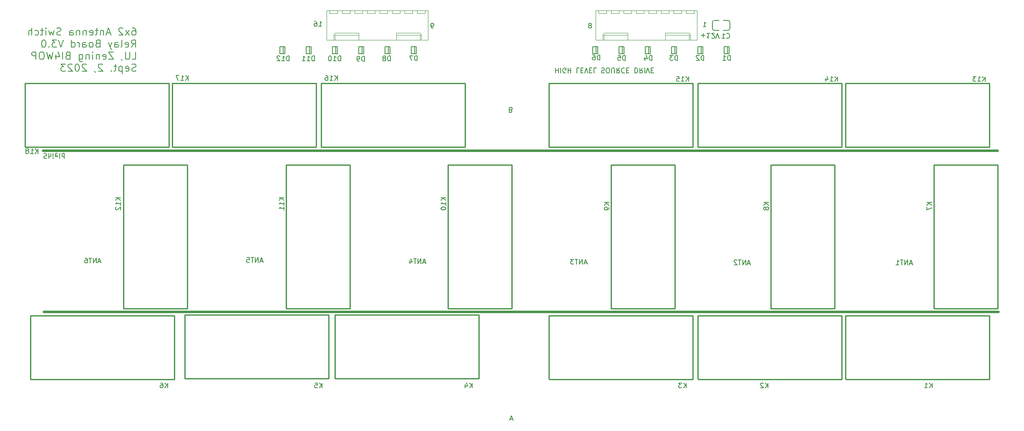
<source format=gbo>
G04 Layer: BottomSilkscreenLayer*
G04 EasyEDA Pro v2.1.32.5533625a, 2023-09-11 21:51:51*
G04 Gerber Generator version 0.3*
G04 Scale: 100 percent, Rotated: No, Reflected: No *
G04 Dimensions in millimeters  *
G04 leading zeros omitted , absolute positions ,3 integer and 6 decimal *
G04 #@! TF.GenerationSoftware,KiCad,Pcbnew,(5.1.10)-1*
G04 #@! TF.CreationDate,2023-09-11T23:26:28+08:00*
G04 #@! TF.ProjectId,AntennaSwitch_6x2_RelayBoard,416e7465-6e6e-4615-9377-697463685f36,rev?*
G04 #@! TF.SameCoordinates,Original*
G04 #@! TF.FileFunction,Legend,Bot*
G04 #@! TF.FilePolarity,Positive*
%FSLAX46Y46*%
G04 Gerber Fmt 4.6, Leading zero omitted, Abs format (unit mm)*
G04 Created by KiCad (PCBNEW (5.1.10)-1) date 2023-09-11 23:26:28*
%MOMM*%
%LPD*%
G01*
G04 APERTURE LIST*
%ADD10C,0.200000*%
%ADD11C,0.500000*%
%ADD12C,0.150000*%
%ADD13C,0.250000*%
%ADD14C,0.120000*%
G04 APERTURE END LIST*
D10*
X134190476Y-54558380D02*
X134000000Y-54558380D01*
X133904761Y-54510761D01*
X133857142Y-54463142D01*
X133761904Y-54320285D01*
X133714285Y-54129809D01*
X133714285Y-53748857D01*
X133761904Y-53653619D01*
X133809523Y-53606000D01*
X133904761Y-53558380D01*
X134095238Y-53558380D01*
X134190476Y-53606000D01*
X134238095Y-53653619D01*
X134285714Y-53748857D01*
X134285714Y-53986952D01*
X134238095Y-54082190D01*
X134190476Y-54129809D01*
X134095238Y-54177428D01*
X133904761Y-54177428D01*
X133809523Y-54129809D01*
X133761904Y-54082190D01*
X133714285Y-53986952D01*
X166095238Y-53986952D02*
X166190476Y-53939333D01*
X166238095Y-53891714D01*
X166285714Y-53796476D01*
X166285714Y-53748857D01*
X166238095Y-53653619D01*
X166190476Y-53606000D01*
X166095238Y-53558380D01*
X165904761Y-53558380D01*
X165809523Y-53606000D01*
X165761904Y-53653619D01*
X165714285Y-53748857D01*
X165714285Y-53796476D01*
X165761904Y-53891714D01*
X165809523Y-53939333D01*
X165904761Y-53986952D01*
X166095238Y-53986952D01*
X166190476Y-54034571D01*
X166238095Y-54082190D01*
X166285714Y-54177428D01*
X166285714Y-54367904D01*
X166238095Y-54463142D01*
X166190476Y-54510761D01*
X166095238Y-54558380D01*
X165904761Y-54558380D01*
X165809523Y-54510761D01*
X165761904Y-54463142D01*
X165714285Y-54367904D01*
X165714285Y-54177428D01*
X165761904Y-54082190D01*
X165809523Y-54034571D01*
X165904761Y-53986952D01*
D11*
X248900000Y-112300000D02*
X55150000Y-112300000D01*
D12*
X55130952Y-80095238D02*
X55273809Y-80047619D01*
X55511904Y-80047619D01*
X55607142Y-80095238D01*
X55654761Y-80142857D01*
X55702380Y-80238095D01*
X55702380Y-80333333D01*
X55654761Y-80428571D01*
X55607142Y-80476190D01*
X55511904Y-80523809D01*
X55321428Y-80571428D01*
X55226190Y-80619047D01*
X55178571Y-80666666D01*
X55130952Y-80761904D01*
X55130952Y-80857142D01*
X55178571Y-80952380D01*
X55226190Y-81000000D01*
X55321428Y-81047619D01*
X55559523Y-81047619D01*
X55702380Y-81000000D01*
X56130952Y-80047619D02*
X56130952Y-81047619D01*
X56559523Y-80047619D02*
X56559523Y-80571428D01*
X56511904Y-80666666D01*
X56416666Y-80714285D01*
X56273809Y-80714285D01*
X56178571Y-80666666D01*
X56130952Y-80619047D01*
X57035714Y-80047619D02*
X57035714Y-80714285D01*
X57035714Y-81047619D02*
X56988095Y-81000000D01*
X57035714Y-80952380D01*
X57083333Y-81000000D01*
X57035714Y-81047619D01*
X57035714Y-80952380D01*
X57892857Y-80095238D02*
X57797619Y-80047619D01*
X57607142Y-80047619D01*
X57511904Y-80095238D01*
X57464285Y-80190476D01*
X57464285Y-80571428D01*
X57511904Y-80666666D01*
X57607142Y-80714285D01*
X57797619Y-80714285D01*
X57892857Y-80666666D01*
X57940476Y-80571428D01*
X57940476Y-80476190D01*
X57464285Y-80380952D01*
X58511904Y-80047619D02*
X58416666Y-80095238D01*
X58369047Y-80190476D01*
X58369047Y-81047619D01*
X59321428Y-80047619D02*
X59321428Y-81047619D01*
X59321428Y-80095238D02*
X59226190Y-80047619D01*
X59035714Y-80047619D01*
X58940476Y-80095238D01*
X58892857Y-80142857D01*
X58845238Y-80238095D01*
X58845238Y-80523809D01*
X58892857Y-80619047D01*
X58940476Y-80666666D01*
X59035714Y-80714285D01*
X59226190Y-80714285D01*
X59321428Y-80666666D01*
D11*
X248750000Y-79500000D02*
X55000000Y-79500000D01*
D10*
X73120000Y-54503571D02*
X73405714Y-54503571D01*
X73548571Y-54575000D01*
X73620000Y-54646428D01*
X73762857Y-54860714D01*
X73834285Y-55146428D01*
X73834285Y-55717857D01*
X73762857Y-55860714D01*
X73691428Y-55932142D01*
X73548571Y-56003571D01*
X73262857Y-56003571D01*
X73120000Y-55932142D01*
X73048571Y-55860714D01*
X72977142Y-55717857D01*
X72977142Y-55360714D01*
X73048571Y-55217857D01*
X73120000Y-55146428D01*
X73262857Y-55075000D01*
X73548571Y-55075000D01*
X73691428Y-55146428D01*
X73762857Y-55217857D01*
X73834285Y-55360714D01*
X72477142Y-56003571D02*
X71691428Y-55003571D01*
X72477142Y-55003571D02*
X71691428Y-56003571D01*
X71191428Y-54646428D02*
X71120000Y-54575000D01*
X70977142Y-54503571D01*
X70620000Y-54503571D01*
X70477142Y-54575000D01*
X70405714Y-54646428D01*
X70334285Y-54789285D01*
X70334285Y-54932142D01*
X70405714Y-55146428D01*
X71262857Y-56003571D01*
X70334285Y-56003571D01*
X68620000Y-55575000D02*
X67905714Y-55575000D01*
X68762857Y-56003571D02*
X68262857Y-54503571D01*
X67762857Y-56003571D01*
X67262857Y-55003571D02*
X67262857Y-56003571D01*
X67262857Y-55146428D02*
X67191428Y-55075000D01*
X67048571Y-55003571D01*
X66834285Y-55003571D01*
X66691428Y-55075000D01*
X66620000Y-55217857D01*
X66620000Y-56003571D01*
X66120000Y-55003571D02*
X65548571Y-55003571D01*
X65905714Y-54503571D02*
X65905714Y-55789285D01*
X65834285Y-55932142D01*
X65691428Y-56003571D01*
X65548571Y-56003571D01*
X64477142Y-55932142D02*
X64620000Y-56003571D01*
X64905714Y-56003571D01*
X65048571Y-55932142D01*
X65120000Y-55789285D01*
X65120000Y-55217857D01*
X65048571Y-55075000D01*
X64905714Y-55003571D01*
X64620000Y-55003571D01*
X64477142Y-55075000D01*
X64405714Y-55217857D01*
X64405714Y-55360714D01*
X65120000Y-55503571D01*
X63762857Y-55003571D02*
X63762857Y-56003571D01*
X63762857Y-55146428D02*
X63691428Y-55075000D01*
X63548571Y-55003571D01*
X63334285Y-55003571D01*
X63191428Y-55075000D01*
X63120000Y-55217857D01*
X63120000Y-56003571D01*
X62405714Y-55003571D02*
X62405714Y-56003571D01*
X62405714Y-55146428D02*
X62334285Y-55075000D01*
X62191428Y-55003571D01*
X61977142Y-55003571D01*
X61834285Y-55075000D01*
X61762857Y-55217857D01*
X61762857Y-56003571D01*
X60405714Y-56003571D02*
X60405714Y-55217857D01*
X60477142Y-55075000D01*
X60620000Y-55003571D01*
X60905714Y-55003571D01*
X61048571Y-55075000D01*
X60405714Y-55932142D02*
X60548571Y-56003571D01*
X60905714Y-56003571D01*
X61048571Y-55932142D01*
X61120000Y-55789285D01*
X61120000Y-55646428D01*
X61048571Y-55503571D01*
X60905714Y-55432142D01*
X60548571Y-55432142D01*
X60405714Y-55360714D01*
X58620000Y-55932142D02*
X58405714Y-56003571D01*
X58048571Y-56003571D01*
X57905714Y-55932142D01*
X57834285Y-55860714D01*
X57762857Y-55717857D01*
X57762857Y-55575000D01*
X57834285Y-55432142D01*
X57905714Y-55360714D01*
X58048571Y-55289285D01*
X58334285Y-55217857D01*
X58477142Y-55146428D01*
X58548571Y-55075000D01*
X58620000Y-54932142D01*
X58620000Y-54789285D01*
X58548571Y-54646428D01*
X58477142Y-54575000D01*
X58334285Y-54503571D01*
X57977142Y-54503571D01*
X57762857Y-54575000D01*
X57262857Y-55003571D02*
X56977142Y-56003571D01*
X56691428Y-55289285D01*
X56405714Y-56003571D01*
X56120000Y-55003571D01*
X55548571Y-56003571D02*
X55548571Y-55003571D01*
X55548571Y-54503571D02*
X55620000Y-54575000D01*
X55548571Y-54646428D01*
X55477142Y-54575000D01*
X55548571Y-54503571D01*
X55548571Y-54646428D01*
X55048571Y-55003571D02*
X54477142Y-55003571D01*
X54834285Y-54503571D02*
X54834285Y-55789285D01*
X54762857Y-55932142D01*
X54620000Y-56003571D01*
X54477142Y-56003571D01*
X53334285Y-55932142D02*
X53477142Y-56003571D01*
X53762857Y-56003571D01*
X53905714Y-55932142D01*
X53977142Y-55860714D01*
X54048571Y-55717857D01*
X54048571Y-55289285D01*
X53977142Y-55146428D01*
X53905714Y-55075000D01*
X53762857Y-55003571D01*
X53477142Y-55003571D01*
X53334285Y-55075000D01*
X52691428Y-56003571D02*
X52691428Y-54503571D01*
X52048571Y-56003571D02*
X52048571Y-55217857D01*
X52120000Y-55075000D01*
X52262857Y-55003571D01*
X52477142Y-55003571D01*
X52620000Y-55075000D01*
X52691428Y-55146428D01*
X72905714Y-58453571D02*
X73405714Y-57739285D01*
X73762857Y-58453571D02*
X73762857Y-56953571D01*
X73191428Y-56953571D01*
X73048571Y-57025000D01*
X72977142Y-57096428D01*
X72905714Y-57239285D01*
X72905714Y-57453571D01*
X72977142Y-57596428D01*
X73048571Y-57667857D01*
X73191428Y-57739285D01*
X73762857Y-57739285D01*
X71691428Y-58382142D02*
X71834285Y-58453571D01*
X72120000Y-58453571D01*
X72262857Y-58382142D01*
X72334285Y-58239285D01*
X72334285Y-57667857D01*
X72262857Y-57525000D01*
X72120000Y-57453571D01*
X71834285Y-57453571D01*
X71691428Y-57525000D01*
X71620000Y-57667857D01*
X71620000Y-57810714D01*
X72334285Y-57953571D01*
X70762857Y-58453571D02*
X70905714Y-58382142D01*
X70977142Y-58239285D01*
X70977142Y-56953571D01*
X69548571Y-58453571D02*
X69548571Y-57667857D01*
X69620000Y-57525000D01*
X69762857Y-57453571D01*
X70048571Y-57453571D01*
X70191428Y-57525000D01*
X69548571Y-58382142D02*
X69691428Y-58453571D01*
X70048571Y-58453571D01*
X70191428Y-58382142D01*
X70262857Y-58239285D01*
X70262857Y-58096428D01*
X70191428Y-57953571D01*
X70048571Y-57882142D01*
X69691428Y-57882142D01*
X69548571Y-57810714D01*
X68977142Y-57453571D02*
X68620000Y-58453571D01*
X68262857Y-57453571D02*
X68620000Y-58453571D01*
X68762857Y-58810714D01*
X68834285Y-58882142D01*
X68977142Y-58953571D01*
X66048571Y-57667857D02*
X65834285Y-57739285D01*
X65762857Y-57810714D01*
X65691428Y-57953571D01*
X65691428Y-58167857D01*
X65762857Y-58310714D01*
X65834285Y-58382142D01*
X65977142Y-58453571D01*
X66548571Y-58453571D01*
X66548571Y-56953571D01*
X66048571Y-56953571D01*
X65905714Y-57025000D01*
X65834285Y-57096428D01*
X65762857Y-57239285D01*
X65762857Y-57382142D01*
X65834285Y-57525000D01*
X65905714Y-57596428D01*
X66048571Y-57667857D01*
X66548571Y-57667857D01*
X64834285Y-58453571D02*
X64977142Y-58382142D01*
X65048571Y-58310714D01*
X65120000Y-58167857D01*
X65120000Y-57739285D01*
X65048571Y-57596428D01*
X64977142Y-57525000D01*
X64834285Y-57453571D01*
X64620000Y-57453571D01*
X64477142Y-57525000D01*
X64405714Y-57596428D01*
X64334285Y-57739285D01*
X64334285Y-58167857D01*
X64405714Y-58310714D01*
X64477142Y-58382142D01*
X64620000Y-58453571D01*
X64834285Y-58453571D01*
X63048571Y-58453571D02*
X63048571Y-57667857D01*
X63120000Y-57525000D01*
X63262857Y-57453571D01*
X63548571Y-57453571D01*
X63691428Y-57525000D01*
X63048571Y-58382142D02*
X63191428Y-58453571D01*
X63548571Y-58453571D01*
X63691428Y-58382142D01*
X63762857Y-58239285D01*
X63762857Y-58096428D01*
X63691428Y-57953571D01*
X63548571Y-57882142D01*
X63191428Y-57882142D01*
X63048571Y-57810714D01*
X62334285Y-58453571D02*
X62334285Y-57453571D01*
X62334285Y-57739285D02*
X62262857Y-57596428D01*
X62191428Y-57525000D01*
X62048571Y-57453571D01*
X61905714Y-57453571D01*
X60762857Y-58453571D02*
X60762857Y-56953571D01*
X60762857Y-58382142D02*
X60905714Y-58453571D01*
X61191428Y-58453571D01*
X61334285Y-58382142D01*
X61405714Y-58310714D01*
X61477142Y-58167857D01*
X61477142Y-57739285D01*
X61405714Y-57596428D01*
X61334285Y-57525000D01*
X61191428Y-57453571D01*
X60905714Y-57453571D01*
X60762857Y-57525000D01*
X59120000Y-56953571D02*
X58620000Y-58453571D01*
X58120000Y-56953571D01*
X57762857Y-56953571D02*
X56834285Y-56953571D01*
X57334285Y-57525000D01*
X57120000Y-57525000D01*
X56977142Y-57596428D01*
X56905714Y-57667857D01*
X56834285Y-57810714D01*
X56834285Y-58167857D01*
X56905714Y-58310714D01*
X56977142Y-58382142D01*
X57120000Y-58453571D01*
X57548571Y-58453571D01*
X57691428Y-58382142D01*
X57762857Y-58310714D01*
X56191428Y-58310714D02*
X56120000Y-58382142D01*
X56191428Y-58453571D01*
X56262857Y-58382142D01*
X56191428Y-58310714D01*
X56191428Y-58453571D01*
X55191428Y-56953571D02*
X55048571Y-56953571D01*
X54905714Y-57025000D01*
X54834285Y-57096428D01*
X54762857Y-57239285D01*
X54691428Y-57525000D01*
X54691428Y-57882142D01*
X54762857Y-58167857D01*
X54834285Y-58310714D01*
X54905714Y-58382142D01*
X55048571Y-58453571D01*
X55191428Y-58453571D01*
X55334285Y-58382142D01*
X55405714Y-58310714D01*
X55477142Y-58167857D01*
X55548571Y-57882142D01*
X55548571Y-57525000D01*
X55477142Y-57239285D01*
X55405714Y-57096428D01*
X55334285Y-57025000D01*
X55191428Y-56953571D01*
X73048571Y-60903571D02*
X73762857Y-60903571D01*
X73762857Y-59403571D01*
X72548571Y-59403571D02*
X72548571Y-60617857D01*
X72477142Y-60760714D01*
X72405714Y-60832142D01*
X72262857Y-60903571D01*
X71977142Y-60903571D01*
X71834285Y-60832142D01*
X71762857Y-60760714D01*
X71691428Y-60617857D01*
X71691428Y-59403571D01*
X70905714Y-60832142D02*
X70905714Y-60903571D01*
X70977142Y-61046428D01*
X71048571Y-61117857D01*
X69262857Y-59403571D02*
X68262857Y-59403571D01*
X69262857Y-60903571D01*
X68262857Y-60903571D01*
X67120000Y-60832142D02*
X67262857Y-60903571D01*
X67548571Y-60903571D01*
X67691428Y-60832142D01*
X67762857Y-60689285D01*
X67762857Y-60117857D01*
X67691428Y-59975000D01*
X67548571Y-59903571D01*
X67262857Y-59903571D01*
X67120000Y-59975000D01*
X67048571Y-60117857D01*
X67048571Y-60260714D01*
X67762857Y-60403571D01*
X66405714Y-59903571D02*
X66405714Y-60903571D01*
X66405714Y-60046428D02*
X66334285Y-59975000D01*
X66191428Y-59903571D01*
X65977142Y-59903571D01*
X65834285Y-59975000D01*
X65762857Y-60117857D01*
X65762857Y-60903571D01*
X65048571Y-60903571D02*
X65048571Y-59903571D01*
X65048571Y-59403571D02*
X65120000Y-59475000D01*
X65048571Y-59546428D01*
X64977142Y-59475000D01*
X65048571Y-59403571D01*
X65048571Y-59546428D01*
X64334285Y-59903571D02*
X64334285Y-60903571D01*
X64334285Y-60046428D02*
X64262857Y-59975000D01*
X64120000Y-59903571D01*
X63905714Y-59903571D01*
X63762857Y-59975000D01*
X63691428Y-60117857D01*
X63691428Y-60903571D01*
X62334285Y-59903571D02*
X62334285Y-61117857D01*
X62405714Y-61260714D01*
X62477142Y-61332142D01*
X62620000Y-61403571D01*
X62834285Y-61403571D01*
X62977142Y-61332142D01*
X62334285Y-60832142D02*
X62477142Y-60903571D01*
X62762857Y-60903571D01*
X62905714Y-60832142D01*
X62977142Y-60760714D01*
X63048571Y-60617857D01*
X63048571Y-60189285D01*
X62977142Y-60046428D01*
X62905714Y-59975000D01*
X62762857Y-59903571D01*
X62477142Y-59903571D01*
X62334285Y-59975000D01*
X59977142Y-60117857D02*
X59762857Y-60189285D01*
X59691428Y-60260714D01*
X59620000Y-60403571D01*
X59620000Y-60617857D01*
X59691428Y-60760714D01*
X59762857Y-60832142D01*
X59905714Y-60903571D01*
X60477142Y-60903571D01*
X60477142Y-59403571D01*
X59977142Y-59403571D01*
X59834285Y-59475000D01*
X59762857Y-59546428D01*
X59691428Y-59689285D01*
X59691428Y-59832142D01*
X59762857Y-59975000D01*
X59834285Y-60046428D01*
X59977142Y-60117857D01*
X60477142Y-60117857D01*
X58977142Y-60903571D02*
X58977142Y-59403571D01*
X57620000Y-59903571D02*
X57620000Y-60903571D01*
X57977142Y-59332142D02*
X58334285Y-60403571D01*
X57405714Y-60403571D01*
X56977142Y-59403571D02*
X56620000Y-60903571D01*
X56334285Y-59832142D01*
X56048571Y-60903571D01*
X55691428Y-59403571D01*
X54834285Y-59403571D02*
X54548571Y-59403571D01*
X54405714Y-59475000D01*
X54262857Y-59617857D01*
X54191428Y-59903571D01*
X54191428Y-60403571D01*
X54262857Y-60689285D01*
X54405714Y-60832142D01*
X54548571Y-60903571D01*
X54834285Y-60903571D01*
X54977142Y-60832142D01*
X55120000Y-60689285D01*
X55191428Y-60403571D01*
X55191428Y-59903571D01*
X55120000Y-59617857D01*
X54977142Y-59475000D01*
X54834285Y-59403571D01*
X53548571Y-60903571D02*
X53548571Y-59403571D01*
X52977142Y-59403571D01*
X52834285Y-59475000D01*
X52762857Y-59546428D01*
X52691428Y-59689285D01*
X52691428Y-59903571D01*
X52762857Y-60046428D01*
X52834285Y-60117857D01*
X52977142Y-60189285D01*
X53548571Y-60189285D01*
X73834285Y-63282142D02*
X73620000Y-63353571D01*
X73262857Y-63353571D01*
X73120000Y-63282142D01*
X73048571Y-63210714D01*
X72977142Y-63067857D01*
X72977142Y-62925000D01*
X73048571Y-62782142D01*
X73120000Y-62710714D01*
X73262857Y-62639285D01*
X73548571Y-62567857D01*
X73691428Y-62496428D01*
X73762857Y-62425000D01*
X73834285Y-62282142D01*
X73834285Y-62139285D01*
X73762857Y-61996428D01*
X73691428Y-61925000D01*
X73548571Y-61853571D01*
X73191428Y-61853571D01*
X72977142Y-61925000D01*
X71762857Y-63282142D02*
X71905714Y-63353571D01*
X72191428Y-63353571D01*
X72334285Y-63282142D01*
X72405714Y-63139285D01*
X72405714Y-62567857D01*
X72334285Y-62425000D01*
X72191428Y-62353571D01*
X71905714Y-62353571D01*
X71762857Y-62425000D01*
X71691428Y-62567857D01*
X71691428Y-62710714D01*
X72405714Y-62853571D01*
X71048571Y-62353571D02*
X71048571Y-63853571D01*
X71048571Y-62425000D02*
X70905714Y-62353571D01*
X70620000Y-62353571D01*
X70477142Y-62425000D01*
X70405714Y-62496428D01*
X70334285Y-62639285D01*
X70334285Y-63067857D01*
X70405714Y-63210714D01*
X70477142Y-63282142D01*
X70620000Y-63353571D01*
X70905714Y-63353571D01*
X71048571Y-63282142D01*
X69905714Y-62353571D02*
X69334285Y-62353571D01*
X69691428Y-61853571D02*
X69691428Y-63139285D01*
X69620000Y-63282142D01*
X69477142Y-63353571D01*
X69334285Y-63353571D01*
X68834285Y-63210714D02*
X68762857Y-63282142D01*
X68834285Y-63353571D01*
X68905714Y-63282142D01*
X68834285Y-63210714D01*
X68834285Y-63353571D01*
X67048571Y-61996428D02*
X66977142Y-61925000D01*
X66834285Y-61853571D01*
X66477142Y-61853571D01*
X66334285Y-61925000D01*
X66262857Y-61996428D01*
X66191428Y-62139285D01*
X66191428Y-62282142D01*
X66262857Y-62496428D01*
X67120000Y-63353571D01*
X66191428Y-63353571D01*
X65477142Y-63282142D02*
X65477142Y-63353571D01*
X65548571Y-63496428D01*
X65620000Y-63567857D01*
X63762857Y-61996428D02*
X63691428Y-61925000D01*
X63548571Y-61853571D01*
X63191428Y-61853571D01*
X63048571Y-61925000D01*
X62977142Y-61996428D01*
X62905714Y-62139285D01*
X62905714Y-62282142D01*
X62977142Y-62496428D01*
X63834285Y-63353571D01*
X62905714Y-63353571D01*
X61977142Y-61853571D02*
X61834285Y-61853571D01*
X61691428Y-61925000D01*
X61620000Y-61996428D01*
X61548571Y-62139285D01*
X61477142Y-62425000D01*
X61477142Y-62782142D01*
X61548571Y-63067857D01*
X61620000Y-63210714D01*
X61691428Y-63282142D01*
X61834285Y-63353571D01*
X61977142Y-63353571D01*
X62120000Y-63282142D01*
X62191428Y-63210714D01*
X62262857Y-63067857D01*
X62334285Y-62782142D01*
X62334285Y-62425000D01*
X62262857Y-62139285D01*
X62191428Y-61996428D01*
X62120000Y-61925000D01*
X61977142Y-61853571D01*
X60905714Y-61996428D02*
X60834285Y-61925000D01*
X60691428Y-61853571D01*
X60334285Y-61853571D01*
X60191428Y-61925000D01*
X60120000Y-61996428D01*
X60048571Y-62139285D01*
X60048571Y-62282142D01*
X60120000Y-62496428D01*
X60977142Y-63353571D01*
X60048571Y-63353571D01*
X59548571Y-61853571D02*
X58620000Y-61853571D01*
X59120000Y-62425000D01*
X58905714Y-62425000D01*
X58762857Y-62496428D01*
X58691428Y-62567857D01*
X58620000Y-62710714D01*
X58620000Y-63067857D01*
X58691428Y-63210714D01*
X58762857Y-63282142D01*
X58905714Y-63353571D01*
X59334285Y-63353571D01*
X59477142Y-63282142D01*
X59548571Y-63210714D01*
D12*
X188573595Y-56007071D02*
X189335500Y-56007071D01*
X188954547Y-55626119D02*
X188954547Y-56388023D01*
X190335500Y-55626119D02*
X189764071Y-55626119D01*
X190049785Y-55626119D02*
X190049785Y-56626119D01*
X189954547Y-56483261D01*
X189859309Y-56388023D01*
X189764071Y-56340404D01*
X190716452Y-56530880D02*
X190764071Y-56578500D01*
X190859309Y-56626119D01*
X191097404Y-56626119D01*
X191192642Y-56578500D01*
X191240261Y-56530880D01*
X191287880Y-56435642D01*
X191287880Y-56340404D01*
X191240261Y-56197547D01*
X190668833Y-55626119D01*
X191287880Y-55626119D01*
X191573595Y-56626119D02*
X191906928Y-55626119D01*
X192240261Y-56626119D01*
X159007428Y-62674619D02*
X159007428Y-63674619D01*
X159007428Y-63198428D02*
X159578857Y-63198428D01*
X159578857Y-62674619D02*
X159578857Y-63674619D01*
X160055047Y-62674619D02*
X160055047Y-63674619D01*
X161055047Y-63627000D02*
X160959809Y-63674619D01*
X160816952Y-63674619D01*
X160674095Y-63627000D01*
X160578857Y-63531761D01*
X160531238Y-63436523D01*
X160483619Y-63246047D01*
X160483619Y-63103190D01*
X160531238Y-62912714D01*
X160578857Y-62817476D01*
X160674095Y-62722238D01*
X160816952Y-62674619D01*
X160912190Y-62674619D01*
X161055047Y-62722238D01*
X161102666Y-62769857D01*
X161102666Y-63103190D01*
X160912190Y-63103190D01*
X161531238Y-62674619D02*
X161531238Y-63674619D01*
X161531238Y-63198428D02*
X162102666Y-63198428D01*
X162102666Y-62674619D02*
X162102666Y-63674619D01*
X163816952Y-62674619D02*
X163340761Y-62674619D01*
X163340761Y-63674619D01*
X164150285Y-63198428D02*
X164483619Y-63198428D01*
X164626476Y-62674619D02*
X164150285Y-62674619D01*
X164150285Y-63674619D01*
X164626476Y-63674619D01*
X164912190Y-63674619D02*
X165245523Y-62674619D01*
X165578857Y-63674619D01*
X165912190Y-63198428D02*
X166245523Y-63198428D01*
X166388380Y-62674619D02*
X165912190Y-62674619D01*
X165912190Y-63674619D01*
X166388380Y-63674619D01*
X167293142Y-62674619D02*
X166816952Y-62674619D01*
X166816952Y-63674619D01*
X168340761Y-62722238D02*
X168483619Y-62674619D01*
X168721714Y-62674619D01*
X168816952Y-62722238D01*
X168864571Y-62769857D01*
X168912190Y-62865095D01*
X168912190Y-62960333D01*
X168864571Y-63055571D01*
X168816952Y-63103190D01*
X168721714Y-63150809D01*
X168531238Y-63198428D01*
X168436000Y-63246047D01*
X168388380Y-63293666D01*
X168340761Y-63388904D01*
X168340761Y-63484142D01*
X168388380Y-63579380D01*
X168436000Y-63627000D01*
X168531238Y-63674619D01*
X168769333Y-63674619D01*
X168912190Y-63627000D01*
X169531238Y-63674619D02*
X169721714Y-63674619D01*
X169816952Y-63627000D01*
X169912190Y-63531761D01*
X169959809Y-63341285D01*
X169959809Y-63007952D01*
X169912190Y-62817476D01*
X169816952Y-62722238D01*
X169721714Y-62674619D01*
X169531238Y-62674619D01*
X169436000Y-62722238D01*
X169340761Y-62817476D01*
X169293142Y-63007952D01*
X169293142Y-63341285D01*
X169340761Y-63531761D01*
X169436000Y-63627000D01*
X169531238Y-63674619D01*
X170388380Y-63674619D02*
X170388380Y-62865095D01*
X170436000Y-62769857D01*
X170483619Y-62722238D01*
X170578857Y-62674619D01*
X170769333Y-62674619D01*
X170864571Y-62722238D01*
X170912190Y-62769857D01*
X170959809Y-62865095D01*
X170959809Y-63674619D01*
X172007428Y-62674619D02*
X171674095Y-63150809D01*
X171436000Y-62674619D02*
X171436000Y-63674619D01*
X171816952Y-63674619D01*
X171912190Y-63627000D01*
X171959809Y-63579380D01*
X172007428Y-63484142D01*
X172007428Y-63341285D01*
X171959809Y-63246047D01*
X171912190Y-63198428D01*
X171816952Y-63150809D01*
X171436000Y-63150809D01*
X173007428Y-62769857D02*
X172959809Y-62722238D01*
X172816952Y-62674619D01*
X172721714Y-62674619D01*
X172578857Y-62722238D01*
X172483619Y-62817476D01*
X172436000Y-62912714D01*
X172388380Y-63103190D01*
X172388380Y-63246047D01*
X172436000Y-63436523D01*
X172483619Y-63531761D01*
X172578857Y-63627000D01*
X172721714Y-63674619D01*
X172816952Y-63674619D01*
X172959809Y-63627000D01*
X173007428Y-63579380D01*
X173436000Y-63198428D02*
X173769333Y-63198428D01*
X173912190Y-62674619D02*
X173436000Y-62674619D01*
X173436000Y-63674619D01*
X173912190Y-63674619D01*
X175102666Y-62674619D02*
X175102666Y-63674619D01*
X175340761Y-63674619D01*
X175483619Y-63627000D01*
X175578857Y-63531761D01*
X175626476Y-63436523D01*
X175674095Y-63246047D01*
X175674095Y-63103190D01*
X175626476Y-62912714D01*
X175578857Y-62817476D01*
X175483619Y-62722238D01*
X175340761Y-62674619D01*
X175102666Y-62674619D01*
X176674095Y-62674619D02*
X176340761Y-63150809D01*
X176102666Y-62674619D02*
X176102666Y-63674619D01*
X176483619Y-63674619D01*
X176578857Y-63627000D01*
X176626476Y-63579380D01*
X176674095Y-63484142D01*
X176674095Y-63341285D01*
X176626476Y-63246047D01*
X176578857Y-63198428D01*
X176483619Y-63150809D01*
X176102666Y-63150809D01*
X177102666Y-62674619D02*
X177102666Y-63674619D01*
X177436000Y-63674619D02*
X177769333Y-62674619D01*
X178102666Y-63674619D01*
X178436000Y-63198428D02*
X178769333Y-63198428D01*
X178912190Y-62674619D02*
X178436000Y-62674619D01*
X178436000Y-63674619D01*
X178912190Y-63674619D01*
D10*
X110960476Y-54181380D02*
X111531904Y-54181380D01*
X111246190Y-54181380D02*
X111246190Y-53181380D01*
X111341428Y-53324238D01*
X111436666Y-53419476D01*
X111531904Y-53467095D01*
X110103333Y-53181380D02*
X110293809Y-53181380D01*
X110389047Y-53229000D01*
X110436666Y-53276619D01*
X110531904Y-53419476D01*
X110579523Y-53609952D01*
X110579523Y-53990904D01*
X110531904Y-54086142D01*
X110484285Y-54133761D01*
X110389047Y-54181380D01*
X110198571Y-54181380D01*
X110103333Y-54133761D01*
X110055714Y-54086142D01*
X110008095Y-53990904D01*
X110008095Y-53752809D01*
X110055714Y-53657571D01*
X110103333Y-53609952D01*
X110198571Y-53562333D01*
X110389047Y-53562333D01*
X110484285Y-53609952D01*
X110531904Y-53657571D01*
X110579523Y-53752809D01*
X188964285Y-54308380D02*
X189535714Y-54308380D01*
X189250000Y-54308380D02*
X189250000Y-53308380D01*
X189345238Y-53451238D01*
X189440476Y-53546476D01*
X189535714Y-53594095D01*
D12*
X149957428Y-71199428D02*
X150100285Y-71151809D01*
X150147904Y-71104190D01*
X150195523Y-71008952D01*
X150195523Y-70866095D01*
X150147904Y-70770857D01*
X150100285Y-70723238D01*
X150005047Y-70675619D01*
X149624095Y-70675619D01*
X149624095Y-71675619D01*
X149957428Y-71675619D01*
X150052666Y-71628000D01*
X150100285Y-71580380D01*
X150147904Y-71485142D01*
X150147904Y-71389904D01*
X150100285Y-71294666D01*
X150052666Y-71247047D01*
X149957428Y-71199428D01*
X149624095Y-71199428D01*
X150251095Y-134032666D02*
X149774904Y-134032666D01*
X150346333Y-134318380D02*
X150013000Y-133318380D01*
X149679666Y-134318380D01*
X66669047Y-102028666D02*
X66192857Y-102028666D01*
X66764285Y-102314380D02*
X66430952Y-101314380D01*
X66097619Y-102314380D01*
X65764285Y-102314380D02*
X65764285Y-101314380D01*
X65192857Y-102314380D01*
X65192857Y-101314380D01*
X64859523Y-101314380D02*
X64288095Y-101314380D01*
X64573809Y-102314380D02*
X64573809Y-101314380D01*
X63526190Y-101314380D02*
X63716666Y-101314380D01*
X63811904Y-101362000D01*
X63859523Y-101409619D01*
X63954761Y-101552476D01*
X64002380Y-101742952D01*
X64002380Y-102123904D01*
X63954761Y-102219142D01*
X63907142Y-102266761D01*
X63811904Y-102314380D01*
X63621428Y-102314380D01*
X63526190Y-102266761D01*
X63478571Y-102219142D01*
X63430952Y-102123904D01*
X63430952Y-101885809D01*
X63478571Y-101790571D01*
X63526190Y-101742952D01*
X63621428Y-101695333D01*
X63811904Y-101695333D01*
X63907142Y-101742952D01*
X63954761Y-101790571D01*
X64002380Y-101885809D01*
X99562047Y-101901666D02*
X99085857Y-101901666D01*
X99657285Y-102187380D02*
X99323952Y-101187380D01*
X98990619Y-102187380D01*
X98657285Y-102187380D02*
X98657285Y-101187380D01*
X98085857Y-102187380D01*
X98085857Y-101187380D01*
X97752523Y-101187380D02*
X97181095Y-101187380D01*
X97466809Y-102187380D02*
X97466809Y-101187380D01*
X96371571Y-101187380D02*
X96847761Y-101187380D01*
X96895380Y-101663571D01*
X96847761Y-101615952D01*
X96752523Y-101568333D01*
X96514428Y-101568333D01*
X96419190Y-101615952D01*
X96371571Y-101663571D01*
X96323952Y-101758809D01*
X96323952Y-101996904D01*
X96371571Y-102092142D01*
X96419190Y-102139761D01*
X96514428Y-102187380D01*
X96752523Y-102187380D01*
X96847761Y-102139761D01*
X96895380Y-102092142D01*
X132582047Y-102155666D02*
X132105857Y-102155666D01*
X132677285Y-102441380D02*
X132343952Y-101441380D01*
X132010619Y-102441380D01*
X131677285Y-102441380D02*
X131677285Y-101441380D01*
X131105857Y-102441380D01*
X131105857Y-101441380D01*
X130772523Y-101441380D02*
X130201095Y-101441380D01*
X130486809Y-102441380D02*
X130486809Y-101441380D01*
X129439190Y-101774714D02*
X129439190Y-102441380D01*
X129677285Y-101393761D02*
X129915380Y-102108047D01*
X129296333Y-102108047D01*
X165348047Y-102282666D02*
X164871857Y-102282666D01*
X165443285Y-102568380D02*
X165109952Y-101568380D01*
X164776619Y-102568380D01*
X164443285Y-102568380D02*
X164443285Y-101568380D01*
X163871857Y-102568380D01*
X163871857Y-101568380D01*
X163538523Y-101568380D02*
X162967095Y-101568380D01*
X163252809Y-102568380D02*
X163252809Y-101568380D01*
X162729000Y-101568380D02*
X162109952Y-101568380D01*
X162443285Y-101949333D01*
X162300428Y-101949333D01*
X162205190Y-101996952D01*
X162157571Y-102044571D01*
X162109952Y-102139809D01*
X162109952Y-102377904D01*
X162157571Y-102473142D01*
X162205190Y-102520761D01*
X162300428Y-102568380D01*
X162586142Y-102568380D01*
X162681380Y-102520761D01*
X162729000Y-102473142D01*
X198495047Y-102409666D02*
X198018857Y-102409666D01*
X198590285Y-102695380D02*
X198256952Y-101695380D01*
X197923619Y-102695380D01*
X197590285Y-102695380D02*
X197590285Y-101695380D01*
X197018857Y-102695380D01*
X197018857Y-101695380D01*
X196685523Y-101695380D02*
X196114095Y-101695380D01*
X196399809Y-102695380D02*
X196399809Y-101695380D01*
X195828380Y-101790619D02*
X195780761Y-101743000D01*
X195685523Y-101695380D01*
X195447428Y-101695380D01*
X195352190Y-101743000D01*
X195304571Y-101790619D01*
X195256952Y-101885857D01*
X195256952Y-101981095D01*
X195304571Y-102123952D01*
X195876000Y-102695380D01*
X195256952Y-102695380D01*
X231388047Y-102409666D02*
X230911857Y-102409666D01*
X231483285Y-102695380D02*
X231149952Y-101695380D01*
X230816619Y-102695380D01*
X230483285Y-102695380D02*
X230483285Y-101695380D01*
X229911857Y-102695380D01*
X229911857Y-101695380D01*
X229578523Y-101695380D02*
X229007095Y-101695380D01*
X229292809Y-102695380D02*
X229292809Y-101695380D01*
X228149952Y-102695380D02*
X228721380Y-102695380D01*
X228435666Y-102695380D02*
X228435666Y-101695380D01*
X228530904Y-101838238D01*
X228626142Y-101933476D01*
X228721380Y-101981095D01*
D10*
X191251500Y-55035000D02*
X192171500Y-55035000D01*
X193071500Y-55035000D02*
X193991500Y-55035000D01*
X193071500Y-52965000D02*
X193991500Y-52965000D01*
X194391500Y-53365000D02*
X194391500Y-54635000D01*
X191251500Y-52965000D02*
X192171500Y-52965000D01*
X190851500Y-53365000D02*
X190851500Y-54635000D01*
X190851500Y-54635010D02*
G75*
G03*
X191251500Y-55035010I400000J0D01*
G01*
X191251500Y-52965000D02*
G75*
G03*
X190851500Y-53365000I0J-400000D01*
G01*
X194391500Y-53365000D02*
G75*
G03*
X193991500Y-52965000I-400000J0D01*
G01*
X193991500Y-55035000D02*
G75*
G03*
X194391500Y-54635000I0J400000D01*
G01*
X103731000Y-59763000D02*
X103731000Y-58363000D01*
X104031000Y-59763000D02*
X104031000Y-58363000D01*
X103031000Y-59763000D02*
X103031000Y-58363000D01*
X104031000Y-59763000D02*
X103031000Y-59763000D01*
X104031000Y-58363000D02*
X103031000Y-58363000D01*
X109065000Y-59763000D02*
X109065000Y-58363000D01*
X109365000Y-59763000D02*
X109365000Y-58363000D01*
X108365000Y-59763000D02*
X108365000Y-58363000D01*
X109365000Y-59763000D02*
X108365000Y-59763000D01*
X109365000Y-58363000D02*
X108365000Y-58363000D01*
X114398999Y-59763000D02*
X114398999Y-58363000D01*
X114698999Y-59763000D02*
X114698999Y-58363000D01*
X113698999Y-59763000D02*
X113698999Y-58363000D01*
X114698999Y-59763000D02*
X113698999Y-59763000D01*
X114698999Y-58363000D02*
X113698999Y-58363000D01*
X119733000Y-59763000D02*
X119733000Y-58363000D01*
X120033000Y-59763000D02*
X120033000Y-58363000D01*
X119033000Y-59763000D02*
X119033000Y-58363000D01*
X120033000Y-59763000D02*
X119033000Y-59763000D01*
X120033000Y-58363000D02*
X119033000Y-58363000D01*
X125067000Y-59762999D02*
X125067000Y-58362999D01*
X125367000Y-59762999D02*
X125367000Y-58362999D01*
X124367000Y-59762999D02*
X124367000Y-58362999D01*
X125367000Y-59762999D02*
X124367000Y-59762999D01*
X125367000Y-58362999D02*
X124367000Y-58362999D01*
X130401000Y-59763000D02*
X130401000Y-58363000D01*
X130701000Y-59763000D02*
X130701000Y-58363000D01*
X129701000Y-59763000D02*
X129701000Y-58363000D01*
X130701000Y-59763000D02*
X129701000Y-59763000D01*
X130701000Y-58363000D02*
X129701000Y-58363000D01*
X167231000Y-59763000D02*
X167231000Y-58363000D01*
X167531000Y-59763000D02*
X167531000Y-58363000D01*
X166531000Y-59763000D02*
X166531000Y-58363000D01*
X167531000Y-59763000D02*
X166531000Y-59763000D01*
X167531000Y-58363000D02*
X166531000Y-58363000D01*
X172564999Y-59763000D02*
X172564999Y-58363000D01*
X172864999Y-59763000D02*
X172864999Y-58363000D01*
X171864999Y-59763000D02*
X171864999Y-58363000D01*
X172864999Y-59763000D02*
X171864999Y-59763000D01*
X172864999Y-58363000D02*
X171864999Y-58363000D01*
X177899000Y-59763000D02*
X177899000Y-58363000D01*
X178199000Y-59763000D02*
X178199000Y-58363000D01*
X177199000Y-59763000D02*
X177199000Y-58363000D01*
X178199000Y-59763000D02*
X177199000Y-59763000D01*
X178199000Y-58363000D02*
X177199000Y-58363000D01*
X183233000Y-59762999D02*
X183233000Y-58362999D01*
X183533000Y-59762999D02*
X183533000Y-58362999D01*
X182533000Y-59762999D02*
X182533000Y-58362999D01*
X183533000Y-59762999D02*
X182533000Y-59762999D01*
X183533000Y-58362999D02*
X182533000Y-58362999D01*
X188567000Y-59763000D02*
X188567000Y-58363000D01*
X188867000Y-59763000D02*
X188867000Y-58363000D01*
X187867000Y-59763000D02*
X187867000Y-58363000D01*
X188867000Y-59763000D02*
X187867000Y-59763000D01*
X188867000Y-58363000D02*
X187867000Y-58363000D01*
X193901000Y-59763000D02*
X193901000Y-58363000D01*
X194201000Y-59763000D02*
X194201000Y-58363000D01*
X193201000Y-59763000D02*
X193201000Y-58363000D01*
X194201000Y-59763000D02*
X193201000Y-59763000D01*
X194201000Y-58363000D02*
X193201000Y-58363000D01*
D13*
X51320000Y-78754000D02*
X51320000Y-65854000D01*
X51320000Y-78754000D02*
X80520000Y-78754000D01*
X51320000Y-65800000D02*
X80520000Y-65800000D01*
X80530000Y-78754000D02*
X80530000Y-65854000D01*
X81240000Y-78754000D02*
X81240000Y-65854000D01*
X81240000Y-78754000D02*
X110440000Y-78754000D01*
X81240000Y-65800000D02*
X110440000Y-65800000D01*
X110450000Y-78754000D02*
X110450000Y-65854000D01*
X111420000Y-78754000D02*
X111420000Y-65854000D01*
X111420000Y-78754000D02*
X140620000Y-78754000D01*
X111420000Y-65800000D02*
X140620000Y-65800000D01*
X140630000Y-78754000D02*
X140630000Y-65854000D01*
X186911000Y-65800000D02*
X186911000Y-78700000D01*
X186911000Y-65800000D02*
X157711000Y-65800000D01*
X186911000Y-78754000D02*
X157711000Y-78754000D01*
X157701000Y-65800000D02*
X157701000Y-78700000D01*
X217137000Y-65800001D02*
X217137000Y-78700001D01*
X217137000Y-65800001D02*
X187937000Y-65800001D01*
X217137000Y-78754001D02*
X187937000Y-78754001D01*
X187927000Y-65800001D02*
X187927000Y-78700001D01*
X247109000Y-65800000D02*
X247109000Y-78700000D01*
X247109000Y-65800000D02*
X217909000Y-65800000D01*
X247109000Y-78754000D02*
X217909000Y-78754000D01*
X217899000Y-65800000D02*
X217899000Y-78700000D01*
X71300000Y-82400000D02*
X84200000Y-82400000D01*
X71300000Y-82400000D02*
X71300000Y-111600000D01*
X84254000Y-82400000D02*
X84254000Y-111600000D01*
X71300000Y-111610000D02*
X84200000Y-111610000D01*
X104300000Y-82400000D02*
X117200000Y-82400000D01*
X104300000Y-82400000D02*
X104300000Y-111600000D01*
X117254000Y-82400000D02*
X117254000Y-111600000D01*
X104300000Y-111610000D02*
X117200000Y-111610000D01*
X137153000Y-82400000D02*
X150053000Y-82400000D01*
X137153000Y-82400000D02*
X137153000Y-111600000D01*
X150107000Y-82400000D02*
X150107000Y-111600000D01*
X137153000Y-111610000D02*
X150053000Y-111610000D01*
X170300000Y-82400000D02*
X183200000Y-82400000D01*
X170300000Y-82400000D02*
X170300000Y-111600000D01*
X183254000Y-82400000D02*
X183254000Y-111600000D01*
X170300000Y-111610000D02*
X183200000Y-111610000D01*
X202685000Y-82400000D02*
X215585000Y-82400000D01*
X202685000Y-82400000D02*
X202685000Y-111600000D01*
X215639000Y-82400000D02*
X215639000Y-111600000D01*
X202685000Y-111610000D02*
X215585000Y-111610000D01*
X235800000Y-82400001D02*
X248700000Y-82400001D01*
X235800000Y-82400001D02*
X235800000Y-111600001D01*
X248754000Y-82400001D02*
X248754000Y-111600001D01*
X235800000Y-111610001D02*
X248700000Y-111610001D01*
X81628000Y-113013000D02*
X81628000Y-125913000D01*
X81628000Y-113013000D02*
X52428000Y-113013000D01*
X81628000Y-125967000D02*
X52428000Y-125967000D01*
X52418000Y-113013000D02*
X52418000Y-125913000D01*
X112997000Y-112886000D02*
X112997000Y-125786000D01*
X112997000Y-112886000D02*
X83797000Y-112886000D01*
X112997000Y-125840000D02*
X83797000Y-125840000D01*
X83787000Y-112886000D02*
X83787000Y-125786000D01*
X143477000Y-112886000D02*
X143477000Y-125786000D01*
X143477000Y-112886000D02*
X114277000Y-112886000D01*
X143477000Y-125840000D02*
X114277000Y-125840000D01*
X114267000Y-112886000D02*
X114267000Y-125786000D01*
X186911000Y-113013001D02*
X186911000Y-125913001D01*
X186911000Y-113013001D02*
X157711000Y-113013001D01*
X186911000Y-125967001D02*
X157711000Y-125967001D01*
X157701000Y-113013001D02*
X157701000Y-125913001D01*
X217137000Y-113013000D02*
X217137000Y-125913000D01*
X217137000Y-113013000D02*
X187937000Y-113013000D01*
X217137000Y-125967000D02*
X187937000Y-125967000D01*
X187927000Y-113013000D02*
X187927000Y-125913000D01*
X247109000Y-113013001D02*
X247109000Y-125913001D01*
X247109000Y-113013001D02*
X217909000Y-113013001D01*
X247109000Y-125967001D02*
X217909000Y-125967001D01*
X217899000Y-113013001D02*
X217899000Y-125913001D01*
D14*
X113145000Y-51583000D02*
X113145000Y-50963000D01*
X114745000Y-51583000D02*
X113145000Y-51583000D01*
X114745000Y-50963000D02*
X114745000Y-51583000D01*
X115685000Y-51583000D02*
X115685000Y-50963000D01*
X117285000Y-51583000D02*
X115685000Y-51583000D01*
X117285000Y-50963000D02*
X117285000Y-51583000D01*
X118225000Y-51583000D02*
X118225000Y-50963000D01*
X119825000Y-51583000D02*
X118225000Y-51583000D01*
X119825000Y-50963000D02*
X119825000Y-51583000D01*
X120765000Y-51583000D02*
X120765000Y-50963000D01*
X122365000Y-51583000D02*
X120765000Y-51583000D01*
X122365000Y-50963000D02*
X122365000Y-51583000D01*
X123305000Y-51583000D02*
X123305000Y-50963000D01*
X124905000Y-51583000D02*
X123305000Y-51583000D01*
X124905000Y-50963000D02*
X124905000Y-51583000D01*
X125845000Y-51583000D02*
X125845000Y-50963000D01*
X127445000Y-51583000D02*
X125845000Y-51583000D01*
X127445000Y-50963000D02*
X127445000Y-51583000D01*
X128385000Y-51583000D02*
X128385000Y-50963000D01*
X129985000Y-51583000D02*
X128385000Y-51583000D01*
X129985000Y-50963000D02*
X129985000Y-51583000D01*
X130925000Y-51583000D02*
X130925000Y-50963000D01*
X132525000Y-51583000D02*
X130925000Y-51583000D01*
X132525000Y-50963000D02*
X132525000Y-51583000D01*
X114195000Y-56963000D02*
X114195000Y-55963000D01*
X119025000Y-55533000D02*
X119025000Y-55963000D01*
X114195000Y-55533000D02*
X119025000Y-55533000D01*
X113945000Y-55963000D02*
X114195000Y-55533000D01*
X119025000Y-55963000D02*
X119025000Y-56963000D01*
X113945000Y-55963000D02*
X119025000Y-55963000D01*
X113945000Y-56963000D02*
X113945000Y-55963000D01*
X131475000Y-56963000D02*
X131475000Y-55963000D01*
X126645000Y-55533000D02*
X126645000Y-55963000D01*
X131475000Y-55533000D02*
X126645000Y-55533000D01*
X131725000Y-55963000D02*
X131475000Y-55533000D01*
X126645000Y-55963000D02*
X126645000Y-56963000D01*
X131725000Y-55963000D02*
X126645000Y-55963000D01*
X131725000Y-56963000D02*
X131725000Y-55963000D01*
X112575000Y-50963000D02*
X133095000Y-50963000D01*
X112575000Y-56963000D02*
X112575000Y-50963000D01*
X133095000Y-56963000D02*
X112575000Y-56963000D01*
X133095000Y-50963000D02*
X133095000Y-56963000D01*
X167755001Y-51583000D02*
X167755001Y-50963000D01*
X169355001Y-51583000D02*
X167755001Y-51583000D01*
X169355001Y-50963000D02*
X169355001Y-51583000D01*
X170295001Y-51583000D02*
X170295001Y-50963000D01*
X171895001Y-51583000D02*
X170295001Y-51583000D01*
X171895001Y-50963000D02*
X171895001Y-51583000D01*
X172835001Y-51583000D02*
X172835001Y-50963000D01*
X174435001Y-51583000D02*
X172835001Y-51583000D01*
X174435001Y-50963000D02*
X174435001Y-51583000D01*
X175375001Y-51583000D02*
X175375001Y-50963000D01*
X176975001Y-51583000D02*
X175375001Y-51583000D01*
X176975001Y-50963000D02*
X176975001Y-51583000D01*
X177915001Y-51583000D02*
X177915001Y-50963000D01*
X179515001Y-51583000D02*
X177915001Y-51583000D01*
X179515001Y-50963000D02*
X179515001Y-51583000D01*
X180455001Y-51583000D02*
X180455001Y-50963000D01*
X182055001Y-51583000D02*
X180455001Y-51583000D01*
X182055001Y-50963000D02*
X182055001Y-51583000D01*
X182995001Y-51583000D02*
X182995001Y-50963000D01*
X184595001Y-51583000D02*
X182995001Y-51583000D01*
X184595001Y-50963000D02*
X184595001Y-51583000D01*
X185535001Y-51583000D02*
X185535001Y-50963000D01*
X187135001Y-51583000D02*
X185535001Y-51583000D01*
X187135001Y-50963000D02*
X187135001Y-51583000D01*
X168805001Y-56963000D02*
X168805001Y-55963000D01*
X173635001Y-55533000D02*
X173635001Y-55963000D01*
X168805001Y-55533000D02*
X173635001Y-55533000D01*
X168555001Y-55963000D02*
X168805001Y-55533000D01*
X173635001Y-55963000D02*
X173635001Y-56963000D01*
X168555001Y-55963000D02*
X173635001Y-55963000D01*
X168555001Y-56963000D02*
X168555001Y-55963000D01*
X186085001Y-56963000D02*
X186085001Y-55963000D01*
X181255001Y-55533000D02*
X181255001Y-55963000D01*
X186085001Y-55533000D02*
X181255001Y-55533000D01*
X186335001Y-55963000D02*
X186085001Y-55533000D01*
X181255001Y-55963000D02*
X181255001Y-56963000D01*
X186335001Y-55963000D02*
X181255001Y-55963000D01*
X186335001Y-56963000D02*
X186335001Y-55963000D01*
X167185001Y-50963000D02*
X187705001Y-50963000D01*
X167185001Y-56963000D02*
X167185001Y-50963000D01*
X187705001Y-56963000D02*
X167185001Y-56963000D01*
X187705001Y-50963000D02*
X187705001Y-56963000D01*
D12*
X193740666Y-56516142D02*
X193788285Y-56563761D01*
X193931142Y-56611380D01*
X194026380Y-56611380D01*
X194169238Y-56563761D01*
X194264476Y-56468523D01*
X194312095Y-56373285D01*
X194359714Y-56182809D01*
X194359714Y-56039952D01*
X194312095Y-55849476D01*
X194264476Y-55754238D01*
X194169238Y-55659000D01*
X194026380Y-55611380D01*
X193931142Y-55611380D01*
X193788285Y-55659000D01*
X193740666Y-55706619D01*
X192788285Y-56611380D02*
X193359714Y-56611380D01*
X193074000Y-56611380D02*
X193074000Y-55611380D01*
X193169238Y-55754238D01*
X193264476Y-55849476D01*
X193359714Y-55897095D01*
X104935785Y-61229880D02*
X104935785Y-60229880D01*
X104697690Y-60229880D01*
X104554833Y-60277500D01*
X104459595Y-60372738D01*
X104411976Y-60467976D01*
X104364357Y-60658452D01*
X104364357Y-60801309D01*
X104411976Y-60991785D01*
X104459595Y-61087023D01*
X104554833Y-61182261D01*
X104697690Y-61229880D01*
X104935785Y-61229880D01*
X103411976Y-61229880D02*
X103983404Y-61229880D01*
X103697690Y-61229880D02*
X103697690Y-60229880D01*
X103792928Y-60372738D01*
X103888166Y-60467976D01*
X103983404Y-60515595D01*
X103031023Y-60325119D02*
X102983404Y-60277500D01*
X102888166Y-60229880D01*
X102650071Y-60229880D01*
X102554833Y-60277500D01*
X102507214Y-60325119D01*
X102459595Y-60420357D01*
X102459595Y-60515595D01*
X102507214Y-60658452D01*
X103078642Y-61229880D01*
X102459595Y-61229880D01*
X110079285Y-61229880D02*
X110079285Y-60229880D01*
X109841190Y-60229880D01*
X109698333Y-60277500D01*
X109603095Y-60372738D01*
X109555476Y-60467976D01*
X109507857Y-60658452D01*
X109507857Y-60801309D01*
X109555476Y-60991785D01*
X109603095Y-61087023D01*
X109698333Y-61182261D01*
X109841190Y-61229880D01*
X110079285Y-61229880D01*
X108555476Y-61229880D02*
X109126904Y-61229880D01*
X108841190Y-61229880D02*
X108841190Y-60229880D01*
X108936428Y-60372738D01*
X109031666Y-60467976D01*
X109126904Y-60515595D01*
X107603095Y-61229880D02*
X108174523Y-61229880D01*
X107888809Y-61229880D02*
X107888809Y-60229880D01*
X107984047Y-60372738D01*
X108079285Y-60467976D01*
X108174523Y-60515595D01*
X115413284Y-61229880D02*
X115413284Y-60229880D01*
X115175189Y-60229880D01*
X115032332Y-60277500D01*
X114937094Y-60372738D01*
X114889475Y-60467976D01*
X114841856Y-60658452D01*
X114841856Y-60801309D01*
X114889475Y-60991785D01*
X114937094Y-61087023D01*
X115032332Y-61182261D01*
X115175189Y-61229880D01*
X115413284Y-61229880D01*
X113889475Y-61229880D02*
X114460903Y-61229880D01*
X114175189Y-61229880D02*
X114175189Y-60229880D01*
X114270427Y-60372738D01*
X114365665Y-60467976D01*
X114460903Y-60515595D01*
X113270427Y-60229880D02*
X113175189Y-60229880D01*
X113079951Y-60277500D01*
X113032332Y-60325119D01*
X112984713Y-60420357D01*
X112937094Y-60610833D01*
X112937094Y-60848928D01*
X112984713Y-61039404D01*
X113032332Y-61134642D01*
X113079951Y-61182261D01*
X113175189Y-61229880D01*
X113270427Y-61229880D01*
X113365665Y-61182261D01*
X113413284Y-61134642D01*
X113460903Y-61039404D01*
X113508522Y-60848928D01*
X113508522Y-60610833D01*
X113460903Y-60420357D01*
X113413284Y-60325119D01*
X113365665Y-60277500D01*
X113270427Y-60229880D01*
X120207595Y-61293380D02*
X120207595Y-60293380D01*
X119969500Y-60293380D01*
X119826642Y-60341000D01*
X119731404Y-60436238D01*
X119683785Y-60531476D01*
X119636166Y-60721952D01*
X119636166Y-60864809D01*
X119683785Y-61055285D01*
X119731404Y-61150523D01*
X119826642Y-61245761D01*
X119969500Y-61293380D01*
X120207595Y-61293380D01*
X119159976Y-61293380D02*
X118969500Y-61293380D01*
X118874261Y-61245761D01*
X118826642Y-61198142D01*
X118731404Y-61055285D01*
X118683785Y-60864809D01*
X118683785Y-60483857D01*
X118731404Y-60388619D01*
X118779023Y-60341000D01*
X118874261Y-60293380D01*
X119064738Y-60293380D01*
X119159976Y-60341000D01*
X119207595Y-60388619D01*
X119255214Y-60483857D01*
X119255214Y-60721952D01*
X119207595Y-60817190D01*
X119159976Y-60864809D01*
X119064738Y-60912428D01*
X118874261Y-60912428D01*
X118779023Y-60864809D01*
X118731404Y-60817190D01*
X118683785Y-60721952D01*
X125478095Y-61229879D02*
X125478095Y-60229879D01*
X125240000Y-60229879D01*
X125097142Y-60277499D01*
X125001904Y-60372737D01*
X124954285Y-60467975D01*
X124906666Y-60658451D01*
X124906666Y-60801308D01*
X124954285Y-60991784D01*
X125001904Y-61087022D01*
X125097142Y-61182260D01*
X125240000Y-61229879D01*
X125478095Y-61229879D01*
X124335238Y-60658451D02*
X124430476Y-60610832D01*
X124478095Y-60563213D01*
X124525714Y-60467975D01*
X124525714Y-60420356D01*
X124478095Y-60325118D01*
X124430476Y-60277499D01*
X124335238Y-60229879D01*
X124144761Y-60229879D01*
X124049523Y-60277499D01*
X124001904Y-60325118D01*
X123954285Y-60420356D01*
X123954285Y-60467975D01*
X124001904Y-60563213D01*
X124049523Y-60610832D01*
X124144761Y-60658451D01*
X124335238Y-60658451D01*
X124430476Y-60706070D01*
X124478095Y-60753689D01*
X124525714Y-60848927D01*
X124525714Y-61039403D01*
X124478095Y-61134641D01*
X124430476Y-61182260D01*
X124335238Y-61229879D01*
X124144761Y-61229879D01*
X124049523Y-61182260D01*
X124001904Y-61134641D01*
X123954285Y-61039403D01*
X123954285Y-60848927D01*
X124001904Y-60753689D01*
X124049523Y-60706070D01*
X124144761Y-60658451D01*
X130939095Y-61166380D02*
X130939095Y-60166380D01*
X130701000Y-60166380D01*
X130558142Y-60214000D01*
X130462904Y-60309238D01*
X130415285Y-60404476D01*
X130367666Y-60594952D01*
X130367666Y-60737809D01*
X130415285Y-60928285D01*
X130462904Y-61023523D01*
X130558142Y-61118761D01*
X130701000Y-61166380D01*
X130939095Y-61166380D01*
X130034333Y-60166380D02*
X129367666Y-60166380D01*
X129796238Y-61166380D01*
X168023095Y-61039380D02*
X168023095Y-60039380D01*
X167785000Y-60039380D01*
X167642142Y-60087000D01*
X167546904Y-60182238D01*
X167499285Y-60277476D01*
X167451666Y-60467952D01*
X167451666Y-60610809D01*
X167499285Y-60801285D01*
X167546904Y-60896523D01*
X167642142Y-60991761D01*
X167785000Y-61039380D01*
X168023095Y-61039380D01*
X166594523Y-60039380D02*
X166785000Y-60039380D01*
X166880238Y-60087000D01*
X166927857Y-60134619D01*
X167023095Y-60277476D01*
X167070714Y-60467952D01*
X167070714Y-60848904D01*
X167023095Y-60944142D01*
X166975476Y-60991761D01*
X166880238Y-61039380D01*
X166689761Y-61039380D01*
X166594523Y-60991761D01*
X166546904Y-60944142D01*
X166499285Y-60848904D01*
X166499285Y-60610809D01*
X166546904Y-60515571D01*
X166594523Y-60467952D01*
X166689761Y-60420333D01*
X166880238Y-60420333D01*
X166975476Y-60467952D01*
X167023095Y-60515571D01*
X167070714Y-60610809D01*
X173166594Y-61102880D02*
X173166594Y-60102880D01*
X172928499Y-60102880D01*
X172785641Y-60150500D01*
X172690403Y-60245738D01*
X172642784Y-60340976D01*
X172595165Y-60531452D01*
X172595165Y-60674309D01*
X172642784Y-60864785D01*
X172690403Y-60960023D01*
X172785641Y-61055261D01*
X172928499Y-61102880D01*
X173166594Y-61102880D01*
X171690403Y-60102880D02*
X172166594Y-60102880D01*
X172214213Y-60579071D01*
X172166594Y-60531452D01*
X172071356Y-60483833D01*
X171833260Y-60483833D01*
X171738022Y-60531452D01*
X171690403Y-60579071D01*
X171642784Y-60674309D01*
X171642784Y-60912404D01*
X171690403Y-61007642D01*
X171738022Y-61055261D01*
X171833260Y-61102880D01*
X172071356Y-61102880D01*
X172166594Y-61055261D01*
X172214213Y-61007642D01*
X178564095Y-61102880D02*
X178564095Y-60102880D01*
X178326000Y-60102880D01*
X178183142Y-60150500D01*
X178087904Y-60245738D01*
X178040285Y-60340976D01*
X177992666Y-60531452D01*
X177992666Y-60674309D01*
X178040285Y-60864785D01*
X178087904Y-60960023D01*
X178183142Y-61055261D01*
X178326000Y-61102880D01*
X178564095Y-61102880D01*
X177135523Y-60436214D02*
X177135523Y-61102880D01*
X177373619Y-60055261D02*
X177611714Y-60769547D01*
X176992666Y-60769547D01*
X183771095Y-61102879D02*
X183771095Y-60102879D01*
X183533000Y-60102879D01*
X183390142Y-60150499D01*
X183294904Y-60245737D01*
X183247285Y-60340975D01*
X183199666Y-60531451D01*
X183199666Y-60674308D01*
X183247285Y-60864784D01*
X183294904Y-60960022D01*
X183390142Y-61055260D01*
X183533000Y-61102879D01*
X183771095Y-61102879D01*
X182866333Y-60102879D02*
X182247285Y-60102879D01*
X182580619Y-60483832D01*
X182437761Y-60483832D01*
X182342523Y-60531451D01*
X182294904Y-60579070D01*
X182247285Y-60674308D01*
X182247285Y-60912403D01*
X182294904Y-61007641D01*
X182342523Y-61055260D01*
X182437761Y-61102879D01*
X182723476Y-61102879D01*
X182818714Y-61055260D01*
X182866333Y-61007641D01*
X189105095Y-61102880D02*
X189105095Y-60102880D01*
X188867000Y-60102880D01*
X188724142Y-60150500D01*
X188628904Y-60245738D01*
X188581285Y-60340976D01*
X188533666Y-60531452D01*
X188533666Y-60674309D01*
X188581285Y-60864785D01*
X188628904Y-60960023D01*
X188724142Y-61055261D01*
X188867000Y-61102880D01*
X189105095Y-61102880D01*
X188152714Y-60198119D02*
X188105095Y-60150500D01*
X188009857Y-60102880D01*
X187771761Y-60102880D01*
X187676523Y-60150500D01*
X187628904Y-60198119D01*
X187581285Y-60293357D01*
X187581285Y-60388595D01*
X187628904Y-60531452D01*
X188200333Y-61102880D01*
X187581285Y-61102880D01*
X194502595Y-61102880D02*
X194502595Y-60102880D01*
X194264500Y-60102880D01*
X194121642Y-60150500D01*
X194026404Y-60245738D01*
X193978785Y-60340976D01*
X193931166Y-60531452D01*
X193931166Y-60674309D01*
X193978785Y-60864785D01*
X194026404Y-60960023D01*
X194121642Y-61055261D01*
X194264500Y-61102880D01*
X194502595Y-61102880D01*
X192978785Y-61102880D02*
X193550214Y-61102880D01*
X193264500Y-61102880D02*
X193264500Y-60102880D01*
X193359738Y-60245738D01*
X193454976Y-60340976D01*
X193550214Y-60388595D01*
X53964285Y-80062380D02*
X53964285Y-79062380D01*
X53392857Y-80062380D02*
X53821428Y-79490952D01*
X53392857Y-79062380D02*
X53964285Y-79633809D01*
X52440476Y-80062380D02*
X53011904Y-80062380D01*
X52726190Y-80062380D02*
X52726190Y-79062380D01*
X52821428Y-79205238D01*
X52916666Y-79300476D01*
X53011904Y-79348095D01*
X51869047Y-79490952D02*
X51964285Y-79443333D01*
X52011904Y-79395714D01*
X52059523Y-79300476D01*
X52059523Y-79252857D01*
X52011904Y-79157619D01*
X51964285Y-79110000D01*
X51869047Y-79062380D01*
X51678571Y-79062380D01*
X51583333Y-79110000D01*
X51535714Y-79157619D01*
X51488095Y-79252857D01*
X51488095Y-79300476D01*
X51535714Y-79395714D01*
X51583333Y-79443333D01*
X51678571Y-79490952D01*
X51869047Y-79490952D01*
X51964285Y-79538571D01*
X52011904Y-79586190D01*
X52059523Y-79681428D01*
X52059523Y-79871904D01*
X52011904Y-79967142D01*
X51964285Y-80014761D01*
X51869047Y-80062380D01*
X51678571Y-80062380D01*
X51583333Y-80014761D01*
X51535714Y-79967142D01*
X51488095Y-79871904D01*
X51488095Y-79681428D01*
X51535714Y-79586190D01*
X51583333Y-79538571D01*
X51678571Y-79490952D01*
X84464285Y-65202380D02*
X84464285Y-64202380D01*
X83892857Y-65202380D02*
X84321428Y-64630952D01*
X83892857Y-64202380D02*
X84464285Y-64773809D01*
X82940476Y-65202380D02*
X83511904Y-65202380D01*
X83226190Y-65202380D02*
X83226190Y-64202380D01*
X83321428Y-64345238D01*
X83416666Y-64440476D01*
X83511904Y-64488095D01*
X82607142Y-64202380D02*
X81940476Y-64202380D01*
X82369047Y-65202380D01*
X114714285Y-65202380D02*
X114714285Y-64202380D01*
X114142857Y-65202380D02*
X114571428Y-64630952D01*
X114142857Y-64202380D02*
X114714285Y-64773809D01*
X113190476Y-65202380D02*
X113761904Y-65202380D01*
X113476190Y-65202380D02*
X113476190Y-64202380D01*
X113571428Y-64345238D01*
X113666666Y-64440476D01*
X113761904Y-64488095D01*
X112333333Y-64202380D02*
X112523809Y-64202380D01*
X112619047Y-64250000D01*
X112666666Y-64297619D01*
X112761904Y-64440476D01*
X112809523Y-64630952D01*
X112809523Y-65011904D01*
X112761904Y-65107142D01*
X112714285Y-65154761D01*
X112619047Y-65202380D01*
X112428571Y-65202380D01*
X112333333Y-65154761D01*
X112285714Y-65107142D01*
X112238095Y-65011904D01*
X112238095Y-64773809D01*
X112285714Y-64678571D01*
X112333333Y-64630952D01*
X112428571Y-64583333D01*
X112619047Y-64583333D01*
X112714285Y-64630952D01*
X112761904Y-64678571D01*
X112809523Y-64773809D01*
X186025285Y-65396380D02*
X186025285Y-64396380D01*
X185453857Y-65396380D02*
X185882428Y-64824952D01*
X185453857Y-64396380D02*
X186025285Y-64967809D01*
X184501476Y-65396380D02*
X185072904Y-65396380D01*
X184787190Y-65396380D02*
X184787190Y-64396380D01*
X184882428Y-64539238D01*
X184977666Y-64634476D01*
X185072904Y-64682095D01*
X183596714Y-64396380D02*
X184072904Y-64396380D01*
X184120523Y-64872571D01*
X184072904Y-64824952D01*
X183977666Y-64777333D01*
X183739571Y-64777333D01*
X183644333Y-64824952D01*
X183596714Y-64872571D01*
X183549095Y-64967809D01*
X183549095Y-65205904D01*
X183596714Y-65301142D01*
X183644333Y-65348761D01*
X183739571Y-65396380D01*
X183977666Y-65396380D01*
X184072904Y-65348761D01*
X184120523Y-65301142D01*
X216251285Y-65396381D02*
X216251285Y-64396381D01*
X215679857Y-65396381D02*
X216108428Y-64824953D01*
X215679857Y-64396381D02*
X216251285Y-64967810D01*
X214727476Y-65396381D02*
X215298904Y-65396381D01*
X215013190Y-65396381D02*
X215013190Y-64396381D01*
X215108428Y-64539239D01*
X215203666Y-64634477D01*
X215298904Y-64682096D01*
X213870333Y-64729715D02*
X213870333Y-65396381D01*
X214108428Y-64348762D02*
X214346523Y-65063048D01*
X213727476Y-65063048D01*
X246223285Y-65396380D02*
X246223285Y-64396380D01*
X245651857Y-65396380D02*
X246080428Y-64824952D01*
X245651857Y-64396380D02*
X246223285Y-64967809D01*
X244699476Y-65396380D02*
X245270904Y-65396380D01*
X244985190Y-65396380D02*
X244985190Y-64396380D01*
X245080428Y-64539238D01*
X245175666Y-64634476D01*
X245270904Y-64682095D01*
X244366142Y-64396380D02*
X243747095Y-64396380D01*
X244080428Y-64777333D01*
X243937571Y-64777333D01*
X243842333Y-64824952D01*
X243794714Y-64872571D01*
X243747095Y-64967809D01*
X243747095Y-65205904D01*
X243794714Y-65301142D01*
X243842333Y-65348761D01*
X243937571Y-65396380D01*
X244223285Y-65396380D01*
X244318523Y-65348761D01*
X244366142Y-65301142D01*
X70702380Y-89035714D02*
X69702380Y-89035714D01*
X70702380Y-89607142D02*
X70130952Y-89178571D01*
X69702380Y-89607142D02*
X70273809Y-89035714D01*
X70702380Y-90559523D02*
X70702380Y-89988095D01*
X70702380Y-90273809D02*
X69702380Y-90273809D01*
X69845238Y-90178571D01*
X69940476Y-90083333D01*
X69988095Y-89988095D01*
X69797619Y-90940476D02*
X69750000Y-90988095D01*
X69702380Y-91083333D01*
X69702380Y-91321428D01*
X69750000Y-91416666D01*
X69797619Y-91464285D01*
X69892857Y-91511904D01*
X69988095Y-91511904D01*
X70130952Y-91464285D01*
X70702380Y-90892857D01*
X70702380Y-91511904D01*
X103896380Y-89035714D02*
X102896380Y-89035714D01*
X103896380Y-89607142D02*
X103324952Y-89178571D01*
X102896380Y-89607142D02*
X103467809Y-89035714D01*
X103896380Y-90559523D02*
X103896380Y-89988095D01*
X103896380Y-90273809D02*
X102896380Y-90273809D01*
X103039238Y-90178571D01*
X103134476Y-90083333D01*
X103182095Y-89988095D01*
X103896380Y-91511904D02*
X103896380Y-90940476D01*
X103896380Y-91226190D02*
X102896380Y-91226190D01*
X103039238Y-91130952D01*
X103134476Y-91035714D01*
X103182095Y-90940476D01*
X136749380Y-89035714D02*
X135749380Y-89035714D01*
X136749380Y-89607142D02*
X136177952Y-89178571D01*
X135749380Y-89607142D02*
X136320809Y-89035714D01*
X136749380Y-90559523D02*
X136749380Y-89988095D01*
X136749380Y-90273809D02*
X135749380Y-90273809D01*
X135892238Y-90178571D01*
X135987476Y-90083333D01*
X136035095Y-89988095D01*
X135749380Y-91178571D02*
X135749380Y-91273809D01*
X135797000Y-91369047D01*
X135844619Y-91416666D01*
X135939857Y-91464285D01*
X136130333Y-91511904D01*
X136368428Y-91511904D01*
X136558904Y-91464285D01*
X136654142Y-91416666D01*
X136701761Y-91369047D01*
X136749380Y-91273809D01*
X136749380Y-91178571D01*
X136701761Y-91083333D01*
X136654142Y-91035714D01*
X136558904Y-90988095D01*
X136368428Y-90940476D01*
X136130333Y-90940476D01*
X135939857Y-90988095D01*
X135844619Y-91035714D01*
X135797000Y-91083333D01*
X135749380Y-91178571D01*
X169896380Y-89988095D02*
X168896380Y-89988095D01*
X169896380Y-90559524D02*
X169324952Y-90130952D01*
X168896380Y-90559524D02*
X169467809Y-89988095D01*
X169896380Y-91035714D02*
X169896380Y-91226191D01*
X169848761Y-91321429D01*
X169801142Y-91369048D01*
X169658285Y-91464286D01*
X169467809Y-91511905D01*
X169086857Y-91511905D01*
X168991619Y-91464286D01*
X168944000Y-91416667D01*
X168896380Y-91321429D01*
X168896380Y-91130952D01*
X168944000Y-91035714D01*
X168991619Y-90988095D01*
X169086857Y-90940476D01*
X169324952Y-90940476D01*
X169420190Y-90988095D01*
X169467809Y-91035714D01*
X169515428Y-91130952D01*
X169515428Y-91321429D01*
X169467809Y-91416667D01*
X169420190Y-91464286D01*
X169324952Y-91511905D01*
X202281380Y-89988095D02*
X201281380Y-89988095D01*
X202281380Y-90559524D02*
X201709952Y-90130952D01*
X201281380Y-90559524D02*
X201852809Y-89988095D01*
X201709952Y-91130952D02*
X201662333Y-91035714D01*
X201614714Y-90988095D01*
X201519476Y-90940476D01*
X201471857Y-90940476D01*
X201376619Y-90988095D01*
X201329000Y-91035714D01*
X201281380Y-91130952D01*
X201281380Y-91321429D01*
X201329000Y-91416667D01*
X201376619Y-91464286D01*
X201471857Y-91511905D01*
X201519476Y-91511905D01*
X201614714Y-91464286D01*
X201662333Y-91416667D01*
X201709952Y-91321429D01*
X201709952Y-91130952D01*
X201757571Y-91035714D01*
X201805190Y-90988095D01*
X201900428Y-90940476D01*
X202090904Y-90940476D01*
X202186142Y-90988095D01*
X202233761Y-91035714D01*
X202281380Y-91130952D01*
X202281380Y-91321429D01*
X202233761Y-91416667D01*
X202186142Y-91464286D01*
X202090904Y-91511905D01*
X201900428Y-91511905D01*
X201805190Y-91464286D01*
X201757571Y-91416667D01*
X201709952Y-91321429D01*
X235396380Y-89988095D02*
X234396380Y-89988095D01*
X235396380Y-90559524D02*
X234824952Y-90130952D01*
X234396380Y-90559524D02*
X234967809Y-89988095D01*
X234396380Y-90892857D02*
X234396380Y-91559524D01*
X235396380Y-91130952D01*
X80266095Y-127702381D02*
X80266095Y-126702381D01*
X79694666Y-127702381D02*
X80123238Y-127130953D01*
X79694666Y-126702381D02*
X80266095Y-127273810D01*
X78837523Y-126702381D02*
X79028000Y-126702381D01*
X79123238Y-126750001D01*
X79170857Y-126797620D01*
X79266095Y-126940477D01*
X79313714Y-127130953D01*
X79313714Y-127511905D01*
X79266095Y-127607143D01*
X79218476Y-127654762D01*
X79123238Y-127702381D01*
X78932761Y-127702381D01*
X78837523Y-127654762D01*
X78789904Y-127607143D01*
X78742285Y-127511905D01*
X78742285Y-127273810D01*
X78789904Y-127178572D01*
X78837523Y-127130953D01*
X78932761Y-127083334D01*
X79123238Y-127083334D01*
X79218476Y-127130953D01*
X79266095Y-127178572D01*
X79313714Y-127273810D01*
X111635095Y-127702381D02*
X111635095Y-126702381D01*
X111063666Y-127702381D02*
X111492238Y-127130953D01*
X111063666Y-126702381D02*
X111635095Y-127273810D01*
X110158904Y-126702381D02*
X110635095Y-126702381D01*
X110682714Y-127178572D01*
X110635095Y-127130953D01*
X110539857Y-127083334D01*
X110301761Y-127083334D01*
X110206523Y-127130953D01*
X110158904Y-127178572D01*
X110111285Y-127273810D01*
X110111285Y-127511905D01*
X110158904Y-127607143D01*
X110206523Y-127654762D01*
X110301761Y-127702381D01*
X110539857Y-127702381D01*
X110635095Y-127654762D01*
X110682714Y-127607143D01*
X142115095Y-127702381D02*
X142115095Y-126702381D01*
X141543666Y-127702381D02*
X141972238Y-127130953D01*
X141543666Y-126702381D02*
X142115095Y-127273810D01*
X140686523Y-127035715D02*
X140686523Y-127702381D01*
X140924619Y-126654762D02*
X141162714Y-127369048D01*
X140543666Y-127369048D01*
X185549095Y-127702381D02*
X185549095Y-126702381D01*
X184977666Y-127702381D02*
X185406238Y-127130953D01*
X184977666Y-126702381D02*
X185549095Y-127273810D01*
X184644333Y-126702381D02*
X184025285Y-126702381D01*
X184358619Y-127083334D01*
X184215761Y-127083334D01*
X184120523Y-127130953D01*
X184072904Y-127178572D01*
X184025285Y-127273810D01*
X184025285Y-127511905D01*
X184072904Y-127607143D01*
X184120523Y-127654762D01*
X184215761Y-127702381D01*
X184501476Y-127702381D01*
X184596714Y-127654762D01*
X184644333Y-127607143D01*
X202138095Y-127702381D02*
X202138095Y-126702381D01*
X201566666Y-127702381D02*
X201995238Y-127130953D01*
X201566666Y-126702381D02*
X202138095Y-127273810D01*
X201185714Y-126797620D02*
X201138095Y-126750001D01*
X201042857Y-126702381D01*
X200804761Y-126702381D01*
X200709523Y-126750001D01*
X200661904Y-126797620D01*
X200614285Y-126892858D01*
X200614285Y-126988096D01*
X200661904Y-127130953D01*
X201233333Y-127702381D01*
X200614285Y-127702381D01*
X235438095Y-127702381D02*
X235438095Y-126702381D01*
X234866666Y-127702381D02*
X235295238Y-127130953D01*
X234866666Y-126702381D02*
X235438095Y-127273810D01*
X233914285Y-127702381D02*
X234485714Y-127702381D01*
X234200000Y-127702381D02*
X234200000Y-126702381D01*
X234295238Y-126845239D01*
X234390476Y-126940477D01*
X234485714Y-126988096D01*
M02*

</source>
